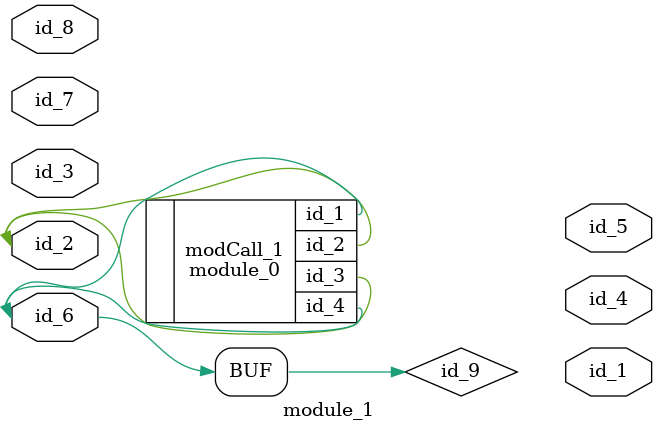
<source format=v>
module module_0 (
    id_1,
    id_2,
    id_3,
    id_4
);
  inout wire id_4;
  inout wire id_3;
  output wire id_2;
  inout wire id_1;
  wire id_5, id_6;
  wire id_7, id_8, id_9;
  wire id_10, id_11;
endmodule
module module_1 (
    id_1,
    id_2,
    id_3,
    id_4,
    id_5,
    id_6,
    id_7,
    id_8
);
  input wire id_8;
  input wire id_7;
  inout wire id_6;
  output wire id_5;
  output wire id_4;
  inout wire id_3;
  inout wire id_2;
  output wire id_1;
  wire id_9 = id_6;
  module_0 modCall_1 (
      id_6,
      id_2,
      id_2,
      id_9
  );
endmodule

</source>
